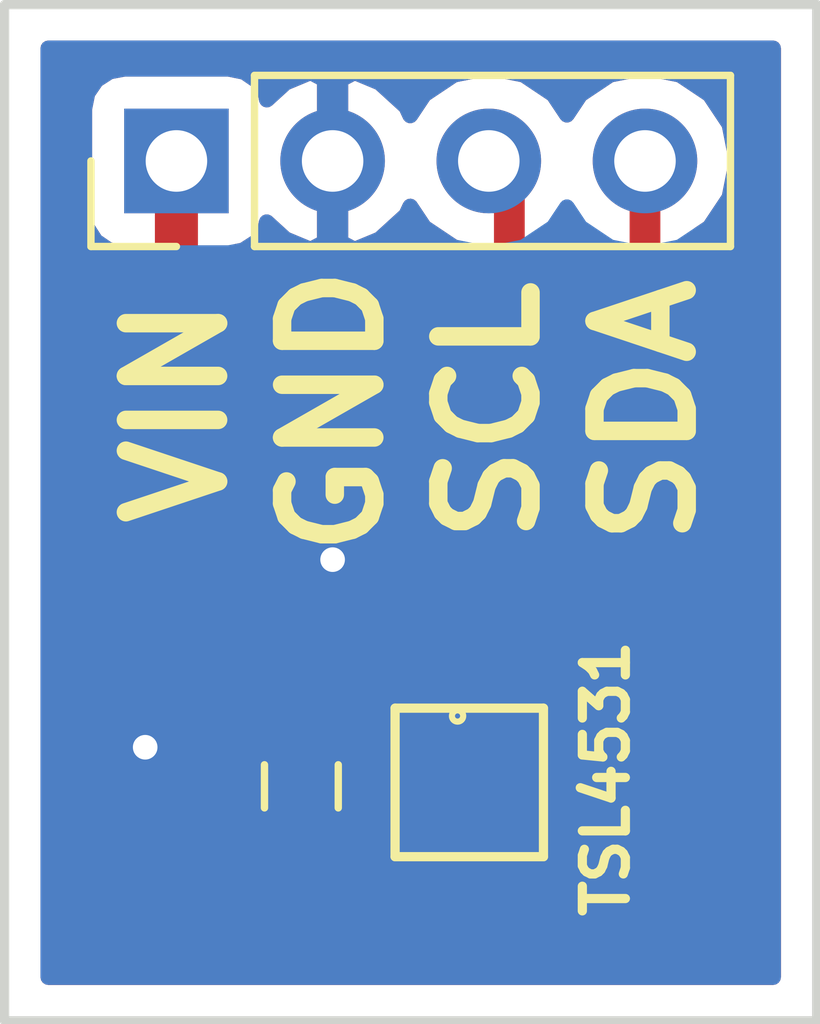
<source format=kicad_pcb>
(kicad_pcb (version 4) (host pcbnew 4.0.5)

  (general
    (links 7)
    (no_connects 0)
    (area 147.511 93.904999 161.961 110.565001)
    (thickness 1.6)
    (drawings 10)
    (tracks 21)
    (zones 0)
    (modules 3)
    (nets 5)
  )

  (page A4)
  (layers
    (0 F.Cu signal)
    (31 B.Cu signal hide)
    (32 B.Adhes user)
    (33 F.Adhes user)
    (34 B.Paste user)
    (35 F.Paste user)
    (36 B.SilkS user)
    (37 F.SilkS user)
    (38 B.Mask user)
    (39 F.Mask user)
    (40 Dwgs.User user)
    (41 Cmts.User user)
    (42 Eco1.User user)
    (43 Eco2.User user)
    (44 Edge.Cuts user)
    (45 Margin user)
    (46 B.CrtYd user)
    (47 F.CrtYd user)
    (48 B.Fab user)
    (49 F.Fab user)
  )

  (setup
    (last_trace_width 0.25)
    (user_trace_width 0.3)
    (user_trace_width 0.4)
    (user_trace_width 0.5)
    (user_trace_width 0.6)
    (user_trace_width 0.7)
    (user_trace_width 0.8)
    (trace_clearance 0.2)
    (zone_clearance 0.508)
    (zone_45_only no)
    (trace_min 0.1)
    (segment_width 0.2)
    (edge_width 0.15)
    (via_size 0.6)
    (via_drill 0.4)
    (via_min_size 0.4)
    (via_min_drill 0.3)
    (user_via 0.4 0.3)
    (user_via 0.5 0.4)
    (user_via 0.6 0.5)
    (user_via 0.7 0.6)
    (uvia_size 0.3)
    (uvia_drill 0.1)
    (uvias_allowed no)
    (uvia_min_size 0.2)
    (uvia_min_drill 0.1)
    (pcb_text_width 0.3)
    (pcb_text_size 1.5 1.5)
    (mod_edge_width 0.15)
    (mod_text_size 1 1)
    (mod_text_width 0.15)
    (pad_size 1.7 1.7)
    (pad_drill 1)
    (pad_to_mask_clearance 0)
    (aux_axis_origin 0 0)
    (visible_elements FFFFFF7F)
    (pcbplotparams
      (layerselection 0x00030_80000001)
      (usegerberextensions false)
      (excludeedgelayer true)
      (linewidth 0.100000)
      (plotframeref false)
      (viasonmask false)
      (mode 1)
      (useauxorigin false)
      (hpglpennumber 1)
      (hpglpenspeed 20)
      (hpglpendiameter 15)
      (hpglpenoverlay 2)
      (psnegative false)
      (psa4output false)
      (plotreference true)
      (plotvalue true)
      (plotinvisibletext false)
      (padsonsilk false)
      (subtractmaskfromsilk false)
      (outputformat 1)
      (mirror false)
      (drillshape 0)
      (scaleselection 1)
      (outputdirectory /Users/brian/Desktop/fuck))
  )

  (net 0 "")
  (net 1 +3V3)
  (net 2 GND)
  (net 3 /SDA)
  (net 4 /SCL)

  (net_class Default "This is the default net class."
    (clearance 0.2)
    (trace_width 0.25)
    (via_dia 0.6)
    (via_drill 0.4)
    (uvia_dia 0.3)
    (uvia_drill 0.1)
    (add_net +3V3)
    (add_net /SCL)
    (add_net /SDA)
    (add_net GND)
  )

  (module Capacitors_SMD:C_0603 (layer F.Cu) (tedit 58AC452C) (tstamp 58AC400C)
    (at 152.908 106.68 270)
    (descr "Capacitor SMD 0603, reflow soldering, AVX (see smccp.pdf)")
    (tags "capacitor 0603")
    (path /58AC3381)
    (attr smd)
    (fp_text reference "" (at 0 -1.5 270) (layer F.SilkS)
      (effects (font (size 1 1) (thickness 0.15)))
    )
    (fp_text value "0.1 uF" (at 0 1.5 270) (layer F.Fab)
      (effects (font (size 1 1) (thickness 0.15)))
    )
    (fp_text user %R (at 0 -1.5 270) (layer F.Fab)
      (effects (font (size 1 1) (thickness 0.15)))
    )
    (fp_line (start -0.8 0.4) (end -0.8 -0.4) (layer F.Fab) (width 0.1))
    (fp_line (start 0.8 0.4) (end -0.8 0.4) (layer F.Fab) (width 0.1))
    (fp_line (start 0.8 -0.4) (end 0.8 0.4) (layer F.Fab) (width 0.1))
    (fp_line (start -0.8 -0.4) (end 0.8 -0.4) (layer F.Fab) (width 0.1))
    (fp_line (start -0.35 -0.6) (end 0.35 -0.6) (layer F.SilkS) (width 0.12))
    (fp_line (start 0.35 0.6) (end -0.35 0.6) (layer F.SilkS) (width 0.12))
    (fp_line (start -1.4 -0.65) (end 1.4 -0.65) (layer F.CrtYd) (width 0.05))
    (fp_line (start -1.4 -0.65) (end -1.4 0.65) (layer F.CrtYd) (width 0.05))
    (fp_line (start 1.4 0.65) (end 1.4 -0.65) (layer F.CrtYd) (width 0.05))
    (fp_line (start 1.4 0.65) (end -1.4 0.65) (layer F.CrtYd) (width 0.05))
    (pad 1 smd rect (at -0.75 0 270) (size 0.8 0.75) (layers F.Cu F.Paste F.Mask)
      (net 1 +3V3))
    (pad 2 smd rect (at 0.75 0 270) (size 0.8 0.75) (layers F.Cu F.Paste F.Mask)
      (net 2 GND))
    (model Capacitors_SMD.3dshapes/C_0603.wrl
      (at (xyz 0 0 0))
      (scale (xyz 1 1 1))
      (rotate (xyz 0 0 0))
    )
  )

  (module tsl4531:tsl4531 (layer F.Cu) (tedit 58AC4542) (tstamp 58AC4015)
    (at 154.94 106.045)
    (path /58AC2CE4)
    (fp_text reference "" (at 0.635 2.54) (layer F.SilkS)
      (effects (font (size 0.5 0.5) (thickness 0.1)))
    )
    (fp_text value tsl4531 (at 0.762 -1.27) (layer F.Fab) hide
      (effects (font (size 0.5 0.5) (thickness 0.1)))
    )
    (fp_circle (center 0.508 -0.508) (end 0.573 -0.443) (layer F.SilkS) (width 0.1))
    (fp_line (start -0.508 1.778) (end -0.508 -0.635) (layer F.SilkS) (width 0.15))
    (fp_line (start 1.905 1.778) (end -0.508 1.778) (layer F.SilkS) (width 0.15))
    (fp_line (start 1.905 -0.635) (end 1.905 1.778) (layer F.SilkS) (width 0.15))
    (fp_line (start -0.508 -0.635) (end 1.905 -0.635) (layer F.SilkS) (width 0.15))
    (pad 1 smd rect (at 0 0) (size 0.7 0.85) (layers F.Cu F.Paste F.Mask)
      (net 1 +3V3))
    (pad 2 smd rect (at 0 1.2) (size 0.7 0.85) (layers F.Cu F.Paste F.Mask)
      (net 2 GND))
    (pad 3 smd rect (at 1.35 1.2) (size 0.7 0.85) (layers F.Cu F.Paste F.Mask)
      (net 3 /SDA))
    (pad 4 smd rect (at 1.35 0) (size 0.7 0.85) (layers F.Cu F.Paste F.Mask)
      (net 4 /SCL))
    (pad 1 smd rect (at 0.127 0) (size 0.95 0.55) (layers F.Cu F.Paste F.Mask)
      (net 1 +3V3))
  )

  (module Pin_Headers:Pin_Header_Straight_1x04_Pitch2.54mm (layer F.Cu) (tedit 58AC4940) (tstamp 58AC439D)
    (at 150.876 96.52 90)
    (descr "Through hole straight pin header, 1x04, 2.54mm pitch, single row")
    (tags "Through hole pin header THT 1x04 2.54mm single row")
    (fp_text reference "" (at 0 -2.39 90) (layer F.SilkS)
      (effects (font (size 1 1) (thickness 0.15)))
    )
    (fp_text value "" (at 0 10.01 90) (layer F.Fab)
      (effects (font (size 1 1) (thickness 0.15)))
    )
    (fp_line (start -1.27 -1.27) (end -1.27 8.89) (layer F.Fab) (width 0.1))
    (fp_line (start -1.27 8.89) (end 1.27 8.89) (layer F.Fab) (width 0.1))
    (fp_line (start 1.27 8.89) (end 1.27 -1.27) (layer F.Fab) (width 0.1))
    (fp_line (start 1.27 -1.27) (end -1.27 -1.27) (layer F.Fab) (width 0.1))
    (fp_line (start -1.39 1.27) (end -1.39 9.01) (layer F.SilkS) (width 0.12))
    (fp_line (start -1.39 9.01) (end 1.39 9.01) (layer F.SilkS) (width 0.12))
    (fp_line (start 1.39 9.01) (end 1.39 1.27) (layer F.SilkS) (width 0.12))
    (fp_line (start 1.39 1.27) (end -1.39 1.27) (layer F.SilkS) (width 0.12))
    (fp_line (start -1.39 0) (end -1.39 -1.39) (layer F.SilkS) (width 0.12))
    (fp_line (start -1.39 -1.39) (end 0 -1.39) (layer F.SilkS) (width 0.12))
    (fp_line (start -1.6 -1.6) (end -1.6 9.2) (layer F.CrtYd) (width 0.05))
    (fp_line (start -1.6 9.2) (end 1.6 9.2) (layer F.CrtYd) (width 0.05))
    (fp_line (start 1.6 9.2) (end 1.6 -1.6) (layer F.CrtYd) (width 0.05))
    (fp_line (start 1.6 -1.6) (end -1.6 -1.6) (layer F.CrtYd) (width 0.05))
    (pad 1 thru_hole rect (at 0 0 90) (size 1.7 1.7) (drill 1) (layers *.Cu *.Mask)
      (net 1 +3V3))
    (pad 2 thru_hole oval (at 0 2.54 90) (size 1.7 1.7) (drill 1) (layers *.Cu *.Mask)
      (net 2 GND))
    (pad 3 thru_hole oval (at 0 5.08 90) (size 1.7 1.7) (drill 1) (layers *.Cu *.Mask)
      (net 4 /SCL))
    (pad 4 thru_hole oval (at 0 7.62 90) (size 1.7 1.7) (drill 1) (layers *.Cu *.Mask)
      (net 3 /SDA))
    (model Pin_Headers.3dshapes/Pin_Header_Straight_1x04_Pitch2.54mm.wrl
      (at (xyz 0 -0.15 0))
      (scale (xyz 1 1 1))
      (rotate (xyz 0 0 90))
    )
  )

  (gr_line (start 161.29 110.49) (end 148.082 110.49) (angle 90) (layer Edge.Cuts) (width 0.15))
  (gr_line (start 161.29 93.98) (end 161.29 110.49) (angle 90) (layer Edge.Cuts) (width 0.15))
  (gr_line (start 148.082 93.98) (end 161.29 93.98) (angle 90) (layer Edge.Cuts) (width 0.15))
  (gr_line (start 148.082 110.49) (end 148.082 93.98) (angle 90) (layer Edge.Cuts) (width 0.15))
  (gr_line (start 161.29 93.98) (end 161.29 110.49) (angle 90) (layer Edge.Cuts) (width 0.15))
  (gr_text TSL4531 (at 157.861 106.553 90) (layer F.SilkS)
    (effects (font (size 0.7 0.7) (thickness 0.15)))
  )
  (gr_text SDA (at 158.496 100.584 90) (layer F.SilkS)
    (effects (font (size 1.5 1.5) (thickness 0.3)))
  )
  (gr_text SCL (at 155.956 100.584 90) (layer F.SilkS)
    (effects (font (size 1.5 1.5) (thickness 0.3)))
  )
  (gr_text GND (at 153.416 100.584 90) (layer F.SilkS)
    (effects (font (size 1.5 1.5) (thickness 0.3)))
  )
  (gr_text VIN (at 150.876 100.584 90) (layer F.SilkS)
    (effects (font (size 1.5 1.5) (thickness 0.3)))
  )

  (segment (start 152.908 105.93) (end 154.825 105.93) (width 0.4) (layer F.Cu) (net 1))
  (segment (start 154.825 105.93) (end 154.94 106.045) (width 0.4) (layer F.Cu) (net 1) (tstamp 58AC4F5C))
  (segment (start 152.908 105.93) (end 152.908 105.664) (width 0.7) (layer F.Cu) (net 1))
  (segment (start 152.908 105.664) (end 150.876 103.632) (width 0.7) (layer F.Cu) (net 1) (tstamp 58AC4F33))
  (segment (start 150.876 96.52) (end 150.876 103.632) (width 0.7) (layer F.Cu) (net 1))
  (segment (start 154.825 105.93) (end 154.94 106.045) (width 0.25) (layer F.Cu) (net 1) (tstamp 58AC473E))
  (segment (start 150.368 106.045) (end 153.416 102.997) (width 0.5) (layer B.Cu) (net 2))
  (segment (start 151.753 107.43) (end 150.368 106.045) (width 0.5) (layer F.Cu) (net 2) (tstamp 58AC55B2))
  (via (at 150.368 106.045) (size 0.6) (drill 0.4) (layers F.Cu B.Cu) (net 2))
  (segment (start 152.908 107.43) (end 151.753 107.43) (width 0.5) (layer F.Cu) (net 2))
  (segment (start 153.416 102.997) (end 153.416 96.52) (width 0.5) (layer F.Cu) (net 2) (tstamp 58AC5873))
  (via (at 153.416 102.997) (size 0.6) (drill 0.4) (layers F.Cu B.Cu) (net 2))
  (segment (start 152.908 107.43) (end 154.755 107.43) (width 0.4) (layer F.Cu) (net 2))
  (segment (start 154.755 107.43) (end 154.94 107.245) (width 0.4) (layer F.Cu) (net 2) (tstamp 58AC4F79))
  (segment (start 154.755 107.43) (end 154.94 107.245) (width 0.25) (layer F.Cu) (net 2) (tstamp 58AC4745))
  (segment (start 158.496 96.52) (end 158.496 105.918) (width 0.5) (layer F.Cu) (net 3))
  (segment (start 157.169 107.245) (end 158.496 105.918) (width 0.5) (layer F.Cu) (net 3) (tstamp 58AC508B))
  (segment (start 157.169 107.245) (end 156.29 107.245) (width 0.5) (layer F.Cu) (net 3))
  (segment (start 156.29 106.045) (end 156.29 96.854) (width 0.5) (layer F.Cu) (net 4))
  (segment (start 156.29 96.854) (end 155.956 96.52) (width 0.5) (layer F.Cu) (net 4) (tstamp 58AC507C))
  (segment (start 156.29 96.854) (end 155.956 96.52) (width 0.25) (layer F.Cu) (net 4) (tstamp 58AC4961))

  (zone (net 2) (net_name GND) (layer F.Cu) (tstamp 58AC5A21) (hatch edge 0.508)
    (connect_pads (clearance 0.508))
    (min_thickness 0.254)
    (fill yes (arc_segments 16) (thermal_gap 0.508) (thermal_bridge_width 0.508))
    (polygon
      (pts
        (xy 160.782 109.982) (xy 148.59 109.982) (xy 148.59 94.488) (xy 160.782 94.488)
      )
    )
    (filled_polygon
      (pts
        (xy 160.58 109.78) (xy 148.792 109.78) (xy 148.792 107.71575) (xy 151.898 107.71575) (xy 151.898 107.956309)
        (xy 151.994673 108.189698) (xy 152.173301 108.368327) (xy 152.40669 108.465) (xy 152.62225 108.465) (xy 152.781 108.30625)
        (xy 152.781 107.557) (xy 153.035 107.557) (xy 153.035 108.30625) (xy 153.19375 108.465) (xy 153.40931 108.465)
        (xy 153.642699 108.368327) (xy 153.821327 108.189698) (xy 153.918 107.956309) (xy 153.918 107.71575) (xy 153.75925 107.557)
        (xy 153.035 107.557) (xy 152.781 107.557) (xy 152.05675 107.557) (xy 151.898 107.71575) (xy 148.792 107.71575)
        (xy 148.792 107.53075) (xy 153.955 107.53075) (xy 153.955 107.79631) (xy 154.051673 108.029699) (xy 154.230302 108.208327)
        (xy 154.463691 108.305) (xy 154.65425 108.305) (xy 154.813 108.14625) (xy 154.813 107.372) (xy 154.11375 107.372)
        (xy 153.955 107.53075) (xy 148.792 107.53075) (xy 148.792 95.67) (xy 149.37856 95.67) (xy 149.37856 97.37)
        (xy 149.422838 97.605317) (xy 149.56191 97.821441) (xy 149.77411 97.966431) (xy 149.891 97.990102) (xy 149.891 103.632)
        (xy 149.965979 104.008943) (xy 150.1795 104.3285) (xy 151.88556 106.03456) (xy 151.88556 106.33) (xy 151.929838 106.565317)
        (xy 151.996329 106.668646) (xy 151.994673 106.670302) (xy 151.898 106.903691) (xy 151.898 107.14425) (xy 152.05675 107.303)
        (xy 152.781 107.303) (xy 152.781 107.283) (xy 153.035 107.283) (xy 153.035 107.303) (xy 153.75925 107.303)
        (xy 153.918 107.14425) (xy 153.918 106.903691) (xy 153.860552 106.765) (xy 153.955 106.765) (xy 153.955 106.95925)
        (xy 154.11375 107.118) (xy 154.813 107.118) (xy 154.813 107.11744) (xy 155.067 107.11744) (xy 155.067 107.118)
        (xy 155.087 107.118) (xy 155.087 107.372) (xy 155.067 107.372) (xy 155.067 108.14625) (xy 155.22575 108.305)
        (xy 155.416309 108.305) (xy 155.62067 108.220351) (xy 155.68811 108.266431) (xy 155.94 108.31744) (xy 156.64 108.31744)
        (xy 156.875317 108.273162) (xy 157.091441 108.13409) (xy 157.094236 108.13) (xy 157.168995 108.13) (xy 157.169 108.130001)
        (xy 157.451484 108.07381) (xy 157.507675 108.062633) (xy 157.79479 107.87079) (xy 159.121787 106.543792) (xy 159.12179 106.54379)
        (xy 159.313633 106.256675) (xy 159.381 105.918) (xy 159.381 97.709432) (xy 159.546054 97.599147) (xy 159.867961 97.117378)
        (xy 159.981 96.549093) (xy 159.981 96.490907) (xy 159.867961 95.922622) (xy 159.546054 95.440853) (xy 159.064285 95.118946)
        (xy 158.496 95.005907) (xy 157.927715 95.118946) (xy 157.445946 95.440853) (xy 157.226 95.770026) (xy 157.006054 95.440853)
        (xy 156.524285 95.118946) (xy 155.956 95.005907) (xy 155.387715 95.118946) (xy 154.905946 95.440853) (xy 154.678298 95.781553)
        (xy 154.611183 95.638642) (xy 154.182924 95.248355) (xy 153.77289 95.078524) (xy 153.543 95.199845) (xy 153.543 96.393)
        (xy 153.563 96.393) (xy 153.563 96.647) (xy 153.543 96.647) (xy 153.543 97.840155) (xy 153.77289 97.961476)
        (xy 154.182924 97.791645) (xy 154.611183 97.401358) (xy 154.678298 97.258447) (xy 154.905946 97.599147) (xy 155.387715 97.921054)
        (xy 155.405 97.924492) (xy 155.405 104.995848) (xy 155.29 104.97256) (xy 154.59 104.97256) (xy 154.354683 105.016838)
        (xy 154.233216 105.095) (xy 153.757669 105.095) (xy 153.74709 105.078559) (xy 153.62126 104.992583) (xy 153.6045 104.9675)
        (xy 151.861 103.224) (xy 151.861 97.992038) (xy 151.961317 97.973162) (xy 152.177441 97.83409) (xy 152.322431 97.62189)
        (xy 152.344301 97.513893) (xy 152.649076 97.791645) (xy 153.05911 97.961476) (xy 153.289 97.840155) (xy 153.289 96.647)
        (xy 153.269 96.647) (xy 153.269 96.393) (xy 153.289 96.393) (xy 153.289 95.199845) (xy 153.05911 95.078524)
        (xy 152.649076 95.248355) (xy 152.346063 95.524501) (xy 152.329162 95.434683) (xy 152.19009 95.218559) (xy 151.97789 95.073569)
        (xy 151.726 95.02256) (xy 150.026 95.02256) (xy 149.790683 95.066838) (xy 149.574559 95.20591) (xy 149.429569 95.41811)
        (xy 149.37856 95.67) (xy 148.792 95.67) (xy 148.792 94.69) (xy 160.58 94.69)
      )
    )
  )
  (zone (net 2) (net_name GND) (layer B.Cu) (tstamp 58AC5A3F) (hatch edge 0.508)
    (connect_pads (clearance 0.508))
    (min_thickness 0.254)
    (fill yes (arc_segments 16) (thermal_gap 0.508) (thermal_bridge_width 0.508))
    (polygon
      (pts
        (xy 160.782 109.982) (xy 148.59 109.982) (xy 148.59 94.488) (xy 160.782 94.488)
      )
    )
    (filled_polygon
      (pts
        (xy 160.58 109.78) (xy 148.792 109.78) (xy 148.792 95.67) (xy 149.37856 95.67) (xy 149.37856 97.37)
        (xy 149.422838 97.605317) (xy 149.56191 97.821441) (xy 149.77411 97.966431) (xy 150.026 98.01744) (xy 151.726 98.01744)
        (xy 151.961317 97.973162) (xy 152.177441 97.83409) (xy 152.322431 97.62189) (xy 152.344301 97.513893) (xy 152.649076 97.791645)
        (xy 153.05911 97.961476) (xy 153.289 97.840155) (xy 153.289 96.647) (xy 153.269 96.647) (xy 153.269 96.393)
        (xy 153.289 96.393) (xy 153.289 95.199845) (xy 153.543 95.199845) (xy 153.543 96.393) (xy 153.563 96.393)
        (xy 153.563 96.647) (xy 153.543 96.647) (xy 153.543 97.840155) (xy 153.77289 97.961476) (xy 154.182924 97.791645)
        (xy 154.611183 97.401358) (xy 154.678298 97.258447) (xy 154.905946 97.599147) (xy 155.387715 97.921054) (xy 155.956 98.034093)
        (xy 156.524285 97.921054) (xy 157.006054 97.599147) (xy 157.226 97.269974) (xy 157.445946 97.599147) (xy 157.927715 97.921054)
        (xy 158.496 98.034093) (xy 159.064285 97.921054) (xy 159.546054 97.599147) (xy 159.867961 97.117378) (xy 159.981 96.549093)
        (xy 159.981 96.490907) (xy 159.867961 95.922622) (xy 159.546054 95.440853) (xy 159.064285 95.118946) (xy 158.496 95.005907)
        (xy 157.927715 95.118946) (xy 157.445946 95.440853) (xy 157.226 95.770026) (xy 157.006054 95.440853) (xy 156.524285 95.118946)
        (xy 155.956 95.005907) (xy 155.387715 95.118946) (xy 154.905946 95.440853) (xy 154.678298 95.781553) (xy 154.611183 95.638642)
        (xy 154.182924 95.248355) (xy 153.77289 95.078524) (xy 153.543 95.199845) (xy 153.289 95.199845) (xy 153.05911 95.078524)
        (xy 152.649076 95.248355) (xy 152.346063 95.524501) (xy 152.329162 95.434683) (xy 152.19009 95.218559) (xy 151.97789 95.073569)
        (xy 151.726 95.02256) (xy 150.026 95.02256) (xy 149.790683 95.066838) (xy 149.574559 95.20591) (xy 149.429569 95.41811)
        (xy 149.37856 95.67) (xy 148.792 95.67) (xy 148.792 94.69) (xy 160.58 94.69)
      )
    )
  )
)

</source>
